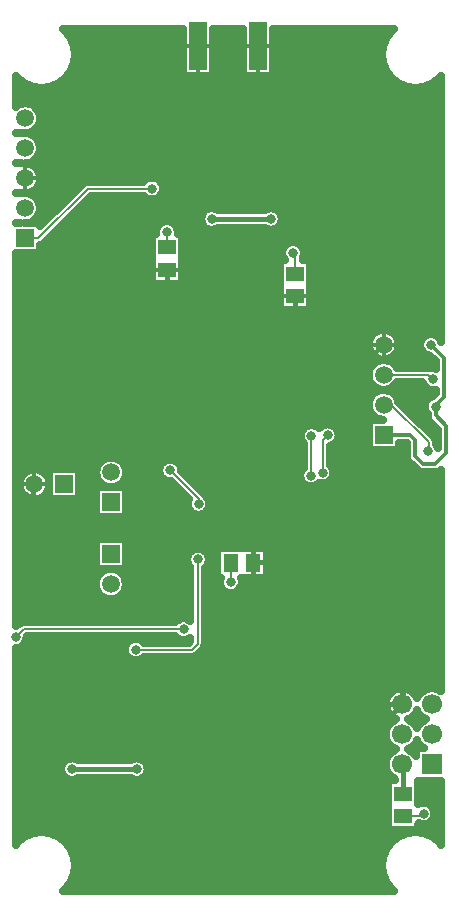
<source format=gbr>
G04 DipTrace 3.0.0.2*
G04 Bottom.gbr*
%MOIN*%
G04 #@! TF.FileFunction,Copper,L2,Bot*
G04 #@! TF.Part,Single*
G04 #@! TA.AperFunction,Conductor*
%ADD14C,0.018*%
%ADD15C,0.007*%
%ADD16C,0.012*%
G04 #@! TA.AperFunction,CopperBalancing*
%ADD21C,0.025*%
%ADD22C,0.012992*%
%ADD26R,0.051181X0.059055*%
%ADD27R,0.059055X0.051181*%
G04 #@! TA.AperFunction,ComponentPad*
%ADD37R,0.059055X0.059055*%
%ADD38C,0.059055*%
%ADD39R,0.066929X0.066929*%
%ADD40C,0.066929*%
%ADD48R,0.059843X0.159843*%
G04 #@! TA.AperFunction,ViaPad*
%ADD64C,0.031496*%
%FSLAX26Y26*%
G04*
G70*
G90*
G75*
G01*
G04 Bottom*
%LPD*%
X937811Y2578701D2*
D15*
Y2628701D1*
X936311Y2630201D1*
X1724672Y758268D2*
D14*
Y850881D1*
X1720041Y855512D1*
X1831811Y2048294D2*
D16*
Y2018701D1*
X1867811Y1982701D1*
Y1892352D1*
X1830709Y1855249D1*
X1791076D1*
X1762861Y1883465D1*
Y1938189D1*
X1747375Y1953675D1*
X1659711D1*
X1659186Y1954199D1*
X1831811Y2048294D2*
Y2054121D1*
X1858793Y2081102D1*
Y2211811D1*
X1816273Y2254331D1*
X1364811Y2491201D2*
D15*
Y2553201D1*
X1356811Y2561201D1*
X1086259Y2673753D2*
D14*
X1283311D1*
X1071785Y442782D2*
X1073753D1*
Y607218D1*
X1126575Y660039D1*
X1428811Y2523753D2*
D16*
Y2423701D1*
X1421811Y2416701D1*
X1365114D1*
X1364811Y2416398D1*
X937811Y2503898D2*
Y2454701D1*
X979311Y2413201D1*
X1025811D1*
X1048811Y2436201D1*
Y2663701D1*
X987311Y2725201D1*
X692759Y2323753D2*
X873864D1*
X939311Y2389201D1*
Y2502398D1*
X937811Y2503898D1*
X1659186Y2254199D2*
X1400812D1*
X1366811Y2288201D1*
Y2414398D1*
X1364811Y2416398D1*
X1836811Y1971701D2*
X1834311D1*
X1700311Y2105701D1*
X1618311D1*
X1587311Y2136701D1*
Y2182324D1*
X1659186Y2254199D1*
X1587311Y2027201D2*
Y2136701D1*
X841311Y1741201D2*
D14*
Y1696701D1*
X814311Y1669701D1*
X530311D1*
X490811Y1709201D1*
Y1785430D1*
X494751Y1789370D1*
X1224147Y1525328D2*
Y1705537D1*
X1362311Y1843701D1*
X1473811Y1530701D2*
X1229520D1*
X1224147Y1525328D1*
X1088811Y1469201D2*
Y1398201D1*
X1204311D1*
X1224311Y1418201D1*
Y1525164D1*
X1224147Y1525328D1*
X1845811Y1261701D2*
X1837811D1*
X1724811Y1148701D1*
Y1060282D1*
X1720041Y1055512D1*
X1595811Y1057701D2*
X1717852D1*
X1720041Y1055512D1*
X1085564Y1165954D2*
X1487558D1*
X1595811Y1057701D1*
X1088811Y1398201D2*
Y1169201D1*
X1085564Y1165954D1*
X1627311Y789201D2*
Y962782D1*
X1720041Y1055512D1*
X1562811Y631201D2*
X1587811D1*
Y749701D1*
X1627311Y789201D1*
X1511942Y631201D2*
X1617811D1*
X1671311D2*
X1617811D1*
X841311Y1696701D2*
Y1477297D1*
X1194392Y442782D2*
X1484392D1*
X1511942Y470332D1*
Y631201D1*
X1587311Y2027201D2*
X1397811D1*
X1362311Y1991701D1*
Y1843701D1*
X1821654Y1718201D2*
X1661311D1*
X1473811Y1530701D1*
X841311Y1741201D2*
X941811D1*
X1088811Y1594201D1*
Y1469201D1*
X834121Y492913D2*
X1003806D1*
X463517Y2609318D2*
D15*
X508136D1*
X672441Y2773622D1*
X885302D1*
X886745Y2775066D1*
X1149344Y1525328D2*
Y1462467D1*
X1659186Y2054199D2*
X1684908D1*
X1808793Y1930315D1*
Y1900525D1*
X1807087Y1898819D1*
X1659186Y2154199D2*
X1807874D1*
X1822310Y2139764D1*
X832311Y1237701D2*
X1019811D1*
X1038811Y1256701D1*
Y1537701D1*
X1040311Y1539201D1*
X1041811Y1723701D2*
Y1741201D1*
X947311Y1835701D1*
X991811Y1306201D2*
X459311D1*
X432311Y1279201D1*
X1724672Y683465D2*
X1784121D1*
X1792257Y691601D1*
X1455811Y1827701D2*
Y1936201D1*
X1472311Y1952701D1*
X1416811Y1817701D2*
Y1949201D1*
X1417811Y1950201D1*
X620341Y839633D2*
D14*
X836089D1*
D64*
X936311Y2630201D3*
X1831811Y2048294D3*
X1816273Y2254331D3*
X1831811Y2048294D3*
X1356811Y2561201D3*
X1086259Y2673753D3*
X1283311D3*
X1071785Y442782D3*
X1126575Y660039D3*
X1428811Y2523753D3*
X987311Y2725201D3*
X692759Y2323753D3*
X1836811Y1971701D3*
X1587311Y2027201D3*
X841311Y1741201D3*
X1362311Y1843701D3*
X1473811Y1530701D3*
X1088811Y1469201D3*
X1845811Y1261701D3*
X1595811Y1057701D3*
X1085564Y1165954D3*
X1595811Y1057701D3*
X1085564Y1165954D3*
X1627311Y789201D3*
X1562811Y631201D3*
X1627311Y789201D3*
X1511942Y631201D3*
X1617811D3*
X1671311D3*
X1617811D3*
X841311Y1477297D3*
X1194392Y442782D3*
X1511942Y631201D3*
X1587311Y2027201D3*
X1821654Y1718201D3*
X1473811Y1530701D3*
X841311Y1741201D3*
X1088811Y1469201D3*
X987311Y2725201D3*
X834121Y492913D3*
X1003806D3*
X886745Y2775066D3*
X1149344Y1462467D3*
X1807087Y1898819D3*
X1822310Y2139764D3*
X832311Y1237701D3*
X1040311Y1539201D3*
X1041811Y1723701D3*
X947311Y1835701D3*
X991811Y1306201D3*
X432311Y1279201D3*
X1792257Y691601D3*
X1455811Y1827701D3*
X1472311Y1952701D3*
X1416811Y1817701D3*
X1417811Y1950201D3*
X620341Y839633D3*
X836089D3*
X1082677Y3110236D3*
X1240157D3*
X1318898D3*
X1003937D3*
X1397638Y3267717D3*
X1318898Y3188976D3*
Y3267717D3*
Y3031496D3*
Y2952756D3*
X1240157D3*
X1082677D3*
X1161417D3*
X1003937D3*
X925197D3*
Y3110236D3*
Y3031496D3*
Y3188976D3*
Y3267717D3*
X1397638Y3188976D3*
X846457Y3267717D3*
X1397638Y3110236D3*
X846457Y3188976D3*
X1476378Y3267717D3*
Y3188976D3*
Y3110236D3*
X1555118Y3267717D3*
Y3188976D3*
Y3110236D3*
X1397638Y3031496D3*
Y2952756D3*
X1476378Y3031496D3*
X1555118D3*
X688976Y3267717D3*
Y3188976D3*
Y3110236D3*
X767717Y3267717D3*
Y3188976D3*
Y3110236D3*
X688976Y3031496D3*
X767717D3*
X846457Y3110236D3*
Y3031496D3*
X1633858Y3267717D3*
Y3188976D3*
Y3110236D3*
Y3031496D3*
X1712598Y3110236D3*
Y3031496D3*
X1633858Y2952756D3*
X1712598D3*
X610236Y3110236D3*
Y3031496D3*
X688976Y2952756D3*
X846457D3*
X1318898Y2874016D3*
X1240157D3*
X1082677D3*
X1161417D3*
X1003937D3*
X925197D3*
X1397638D3*
X846457D3*
X613420Y3283104D2*
D21*
X987619D1*
X1093450D2*
X1188010D1*
X1293890D2*
X1670042D1*
X625726Y3258235D2*
X987619D1*
X1093450D2*
X1188010D1*
X1293890D2*
X1657736D1*
X631243Y3233366D2*
X987619D1*
X1093450D2*
X1188010D1*
X1293890D2*
X1652219D1*
X631047Y3208497D2*
X987619D1*
X1093450D2*
X1188010D1*
X1293890D2*
X1652463D1*
X625042Y3183629D2*
X987619D1*
X1093450D2*
X1188010D1*
X1293890D2*
X1658420D1*
X612151Y3158760D2*
X987619D1*
X1093450D2*
X1188010D1*
X1293890D2*
X1671311D1*
X434710Y3133891D2*
X448003D1*
X588567D2*
X1694944D1*
X1835442D2*
X1848766D1*
X434710Y3109022D2*
X1848802D1*
X434710Y3084154D2*
X1848802D1*
X434710Y3059285D2*
X1848802D1*
X509270Y3034416D2*
X1848802D1*
X516058Y3009547D2*
X1848802D1*
X509563Y2984678D2*
X1848802D1*
X434710Y2959810D2*
X453856D1*
X473186D2*
X1848802D1*
X508976Y2934941D2*
X1848802D1*
X516058Y2910072D2*
X1848802D1*
X509856Y2885203D2*
X1848802D1*
X434710Y2860335D2*
X450832D1*
X476164D2*
X1848802D1*
X508684Y2835466D2*
X1848802D1*
X516008Y2810597D2*
X877072D1*
X896388D2*
X1848802D1*
X510148Y2785728D2*
X648118D1*
X923870D2*
X1848802D1*
X434710Y2760860D2*
X448588D1*
X478459D2*
X623264D1*
X922600D2*
X1848802D1*
X508343Y2735991D2*
X598411D1*
X671232D2*
X1848802D1*
X516008Y2711122D2*
X573508D1*
X646379D2*
X1848802D1*
X510392Y2686253D2*
X548655D1*
X621476D2*
X1049728D1*
X1319816D2*
X1848802D1*
X434710Y2661385D2*
X446734D1*
X480364D2*
X523802D1*
X596623D2*
X915354D1*
X957268D2*
X1049680D1*
X1319866D2*
X1848802D1*
X571770Y2636516D2*
X898118D1*
X974504D2*
X1848802D1*
X546867Y2611647D2*
X885276D1*
X990324D2*
X1848802D1*
X518840Y2586778D2*
X885276D1*
X990324D2*
X1328635D1*
X1385003D2*
X1848802D1*
X516058Y2561909D2*
X885276D1*
X990324D2*
X1318088D1*
X1395550D2*
X1848802D1*
X434710Y2537041D2*
X885276D1*
X990324D2*
X1312278D1*
X1417327D2*
X1848802D1*
X434710Y2512172D2*
X885276D1*
X990324D2*
X1312278D1*
X1417327D2*
X1848802D1*
X434710Y2487303D2*
X885276D1*
X990324D2*
X1312278D1*
X1417327D2*
X1848802D1*
X434710Y2462434D2*
X885276D1*
X990324D2*
X1312278D1*
X1417327D2*
X1848802D1*
X434710Y2437566D2*
X1312278D1*
X1417327D2*
X1848802D1*
X434710Y2412697D2*
X1312278D1*
X1417327D2*
X1848802D1*
X434710Y2387828D2*
X1312278D1*
X1417327D2*
X1848802D1*
X434710Y2362959D2*
X1848802D1*
X434710Y2338091D2*
X1848802D1*
X434710Y2313222D2*
X1848802D1*
X434710Y2288353D2*
X1620139D1*
X1698235D2*
X1801291D1*
X1831291D2*
X1848802D1*
X434710Y2263484D2*
X1607542D1*
X1710832D2*
X1778684D1*
X434710Y2238615D2*
X1609152D1*
X1709222D2*
X1781126D1*
X434710Y2213747D2*
X1627268D1*
X1691106D2*
X1816916D1*
X434710Y2188878D2*
X1620627D1*
X1697747D2*
X1829807D1*
X434710Y2164009D2*
X1607639D1*
X434710Y2139140D2*
X1608958D1*
X434710Y2114272D2*
X1626535D1*
X1691839D2*
X1794016D1*
X434710Y2089403D2*
X1621164D1*
X1697210D2*
X1827122D1*
X434710Y2064534D2*
X1607736D1*
X1710979D2*
X1796896D1*
X434710Y2039665D2*
X1608811D1*
X1735882D2*
X1794114D1*
X434710Y2014797D2*
X1625852D1*
X1760735D2*
X1803098D1*
X434710Y1989928D2*
X1606663D1*
X1785588D2*
X1820627D1*
X434710Y1965059D2*
X1382248D1*
X1508879D2*
X1606663D1*
X1810491D2*
X1838840D1*
X434710Y1940190D2*
X1380491D1*
X1508831D2*
X1606663D1*
X434710Y1915322D2*
X1390306D1*
X1482316D2*
X1606663D1*
X1711711D2*
X1733860D1*
X434710Y1890453D2*
X1390306D1*
X1482316D2*
X1733860D1*
X434710Y1865584D2*
X714475D1*
X786858D2*
X924290D1*
X970306D2*
X1390306D1*
X1482316D2*
X1740843D1*
X434710Y1840715D2*
X699631D1*
X801702D2*
X908908D1*
X985686D2*
X1386302D1*
X1492131D2*
X1765647D1*
X434710Y1815846D2*
X449759D1*
X647259D2*
X699778D1*
X801507D2*
X914475D1*
X1003606D2*
X1378098D1*
X1492571D2*
X1848802D1*
X434710Y1790978D2*
X442245D1*
X647259D2*
X715207D1*
X786126D2*
X955588D1*
X1028459D2*
X1389816D1*
X1443791D2*
X1848802D1*
X434710Y1766109D2*
X448003D1*
X647259D2*
X698118D1*
X803167D2*
X980491D1*
X1053312D2*
X1848802D1*
X434710Y1741240D2*
X478587D1*
X510882D2*
X542210D1*
X647259D2*
X698118D1*
X803167D2*
X1005344D1*
X1076018D2*
X1848802D1*
X434710Y1716371D2*
X698118D1*
X803167D2*
X1003831D1*
X1079827D2*
X1848802D1*
X434710Y1691503D2*
X698118D1*
X803167D2*
X1022678D1*
X1060979D2*
X1848802D1*
X434710Y1666634D2*
X1848802D1*
X434710Y1641765D2*
X1848802D1*
X434710Y1616896D2*
X1848802D1*
X434710Y1592028D2*
X697092D1*
X802142D2*
X1848802D1*
X434710Y1567159D2*
X697092D1*
X802142D2*
X1014719D1*
X1065862D2*
X1100755D1*
X1272747D2*
X1848802D1*
X434710Y1542290D2*
X697092D1*
X802142D2*
X1001682D1*
X1078948D2*
X1100755D1*
X1272747D2*
X1848802D1*
X434710Y1517421D2*
X697092D1*
X802142D2*
X1008860D1*
X1071770D2*
X1100755D1*
X1272747D2*
X1848802D1*
X434710Y1492552D2*
X712375D1*
X786858D2*
X1012327D1*
X1065276D2*
X1100755D1*
X1272747D2*
X1848802D1*
X434710Y1467684D2*
X698312D1*
X800871D2*
X1012327D1*
X1065276D2*
X1110959D1*
X1187736D2*
X1848802D1*
X434710Y1442815D2*
X698996D1*
X800188D2*
X1012327D1*
X1065276D2*
X1116379D1*
X1182316D2*
X1848802D1*
X434710Y1417946D2*
X715306D1*
X783928D2*
X1012327D1*
X1065276D2*
X1848802D1*
X434710Y1393077D2*
X1012327D1*
X1065276D2*
X1848802D1*
X434710Y1368209D2*
X1012327D1*
X1065276D2*
X1848802D1*
X434710Y1343340D2*
X1012327D1*
X1065276D2*
X1848802D1*
X1065276Y1318471D2*
X1848802D1*
X1065276Y1293602D2*
X1848802D1*
X469524Y1268734D2*
X811058D1*
X853558D2*
X1012327D1*
X1065276D2*
X1848802D1*
X442912Y1243865D2*
X794114D1*
X1061564D2*
X1848802D1*
X434710Y1218996D2*
X798752D1*
X1037346D2*
X1848802D1*
X434710Y1194127D2*
X1848802D1*
X434710Y1169259D2*
X1848802D1*
X434710Y1144390D2*
X1848802D1*
X434710Y1119521D2*
X1848802D1*
X434710Y1094652D2*
X1680392D1*
X1759710D2*
X1780392D1*
X434710Y1069783D2*
X1665500D1*
X434710Y1044915D2*
X1664622D1*
X434710Y1020046D2*
X1676878D1*
X1763226D2*
X1776877D1*
X434710Y995177D2*
X1680930D1*
X1759123D2*
X1780930D1*
X434710Y970308D2*
X1665647D1*
X434710Y945440D2*
X1664524D1*
X434710Y920571D2*
X1676438D1*
X1763664D2*
X1776442D1*
X434710Y895702D2*
X1681516D1*
X434710Y870833D2*
X599387D1*
X641302D2*
X815159D1*
X857024D2*
X1665794D1*
X434710Y845965D2*
X582151D1*
X874260D2*
X1664427D1*
X434710Y821096D2*
X586692D1*
X869719D2*
X1675999D1*
X434710Y796227D2*
X1672142D1*
X1777190D2*
X1848802D1*
X434710Y771358D2*
X1672142D1*
X1777190D2*
X1848802D1*
X434710Y746490D2*
X1672142D1*
X1777190D2*
X1848802D1*
X434710Y721621D2*
X1672142D1*
X1815080D2*
X1848802D1*
X434710Y696752D2*
X1672142D1*
X1830656D2*
X1848802D1*
X434710Y671883D2*
X1672142D1*
X1825188D2*
X1848802D1*
X434710Y647014D2*
X1672142D1*
X1777190D2*
X1848802D1*
X434710Y622146D2*
X476535D1*
X559954D2*
X1723264D1*
X1806975D2*
X1848802D1*
X598772Y597277D2*
X1684543D1*
X617668Y572408D2*
X1665647D1*
X627874Y547539D2*
X1655491D1*
X631731Y522671D2*
X1651682D1*
X629924Y497802D2*
X1653488D1*
X622112Y472933D2*
X1661252D1*
X606828Y448064D2*
X1676584D1*
X1115753Y1575356D2*
X1270238D1*
Y1475301D1*
X1183236D1*
X1185146Y1468138D1*
X1185592Y1462467D1*
X1185146Y1456797D1*
X1183818Y1451266D1*
X1181640Y1446010D1*
X1178669Y1441161D1*
X1174975Y1436836D1*
X1170650Y1433142D1*
X1165801Y1430171D1*
X1160545Y1427993D1*
X1155014Y1426665D1*
X1149344Y1426219D1*
X1143673Y1426665D1*
X1138143Y1427993D1*
X1132887Y1430171D1*
X1128038Y1433142D1*
X1123713Y1436836D1*
X1120018Y1441161D1*
X1117047Y1446010D1*
X1114870Y1451266D1*
X1113542Y1456797D1*
X1113096Y1462467D1*
X1113542Y1468138D1*
X1115474Y1475306D1*
X1103253Y1475301D1*
Y1575356D1*
X1115753D1*
X1327283Y2537291D2*
X1329579D1*
X1325904Y2542261D1*
X1323323Y2547329D1*
X1321564Y2552739D1*
X1320675Y2558357D1*
Y2564045D1*
X1321564Y2569663D1*
X1323323Y2575072D1*
X1325904Y2580140D1*
X1329248Y2584741D1*
X1333270Y2588764D1*
X1337871Y2592108D1*
X1342940Y2594689D1*
X1348349Y2596448D1*
X1353967Y2597337D1*
X1359655D1*
X1365273Y2596448D1*
X1370682Y2594689D1*
X1375751Y2592108D1*
X1380352Y2588764D1*
X1384374Y2584741D1*
X1387718Y2580140D1*
X1390299Y2575072D1*
X1392058Y2569663D1*
X1392948Y2564045D1*
Y2558357D1*
X1392058Y2552739D1*
X1390299Y2547329D1*
X1388799Y2544192D1*
X1388811Y2537332D1*
X1414839Y2537291D1*
Y2370307D1*
X1314783D1*
Y2537291D1*
X1327283D1*
X900283Y2624791D2*
X900175Y2633045D1*
X901064Y2638663D1*
X902823Y2644072D1*
X905404Y2649140D1*
X908748Y2653741D1*
X912770Y2657764D1*
X917371Y2661108D1*
X922440Y2663689D1*
X927849Y2665448D1*
X933467Y2666337D1*
X939155D1*
X944773Y2665448D1*
X950182Y2663689D1*
X955251Y2661108D1*
X959852Y2657764D1*
X963874Y2653741D1*
X967218Y2649140D1*
X969799Y2644072D1*
X971558Y2638663D1*
X972448Y2633045D1*
Y2627357D1*
X972143Y2624785D1*
X987839Y2624791D1*
Y2457807D1*
X887783D1*
Y2624791D1*
X900283D1*
X1851306Y3151860D2*
X1843720Y3143343D1*
X1837318Y3137424D1*
X1830469Y3132025D1*
X1823218Y3127180D1*
X1815610Y3122920D1*
X1807692Y3119269D1*
X1799510Y3116251D1*
X1791117Y3113883D1*
X1782564Y3112182D1*
X1773906Y3111157D1*
X1765192Y3110815D1*
X1756478Y3111157D1*
X1747819Y3112182D1*
X1739266Y3113883D1*
X1730873Y3116251D1*
X1722692Y3119269D1*
X1714773Y3122920D1*
X1707165Y3127180D1*
X1699915Y3132025D1*
X1693066Y3137424D1*
X1686663Y3143343D1*
X1680744Y3149745D1*
X1675345Y3156594D1*
X1670500Y3163845D1*
X1666240Y3171453D1*
X1662589Y3179371D1*
X1659571Y3187552D1*
X1657203Y3195946D1*
X1655503Y3204499D1*
X1654478Y3213157D1*
X1654135Y3221871D1*
X1654478Y3230585D1*
X1655503Y3239244D1*
X1657203Y3247797D1*
X1659571Y3256190D1*
X1662589Y3264371D1*
X1666240Y3272290D1*
X1670500Y3279898D1*
X1675345Y3287148D1*
X1680744Y3293997D1*
X1686663Y3300400D1*
X1694951Y3307971D1*
X1291387D1*
X1291366Y3150891D1*
X1190524D1*
Y3307991D1*
X1090997Y3307971D1*
X1090972Y3148923D1*
X990130D1*
Y3307995D1*
X588458Y3307972D1*
X596814Y3300388D1*
X602732Y3293986D1*
X608131Y3287136D1*
X612976Y3279886D1*
X617236Y3272278D1*
X620887Y3264360D1*
X623906Y3256178D1*
X626273Y3247785D1*
X627974Y3239232D1*
X628999Y3230573D1*
X629341Y3221860D1*
X628999Y3213146D1*
X627974Y3204487D1*
X626273Y3195934D1*
X623906Y3187541D1*
X620887Y3179360D1*
X617236Y3171441D1*
X612976Y3163833D1*
X608131Y3156583D1*
X602732Y3149734D1*
X596814Y3143331D1*
X590411Y3137412D1*
X583562Y3132013D1*
X576311Y3127168D1*
X568703Y3122908D1*
X560785Y3119257D1*
X552604Y3116239D1*
X544210Y3113871D1*
X535657Y3112171D1*
X526999Y3111146D1*
X518285Y3110803D1*
X509571Y3111146D1*
X500912Y3112171D1*
X492360Y3113871D1*
X483966Y3116239D1*
X475785Y3119257D1*
X467866Y3122908D1*
X460259Y3127168D1*
X453008Y3132013D1*
X446159Y3137412D1*
X439756Y3143331D1*
X432186Y3151643D1*
Y3048273D1*
X437378Y3051972D1*
X444373Y3055537D1*
X451839Y3057963D1*
X459592Y3059190D1*
X467442D1*
X475196Y3057963D1*
X482661Y3055537D1*
X489656Y3051972D1*
X496008Y3047358D1*
X501558Y3041808D1*
X506172Y3035457D1*
X509736Y3028462D1*
X512163Y3020996D1*
X513390Y3013243D1*
Y3005392D1*
X512163Y2997639D1*
X509736Y2990173D1*
X506172Y2983178D1*
X501558Y2976827D1*
X496008Y2971277D1*
X489656Y2966663D1*
X482661Y2963098D1*
X475196Y2960672D1*
X467442Y2959445D1*
X464606Y2959333D1*
X471343Y2958730D1*
X478976Y2956896D1*
X486230Y2953892D1*
X492923Y2949791D1*
X498892Y2944693D1*
X503991Y2938723D1*
X508092Y2932030D1*
X511096Y2924777D1*
X512929Y2917143D1*
X513545Y2909318D1*
X512929Y2901492D1*
X511096Y2893858D1*
X508092Y2886605D1*
X503991Y2879912D1*
X498892Y2873942D1*
X492923Y2868844D1*
X486230Y2864743D1*
X478976Y2861739D1*
X471343Y2859906D1*
X465268Y2859315D1*
X472715Y2858492D1*
X479957Y2856567D1*
X486829Y2853581D1*
X493178Y2849604D1*
X498864Y2844722D1*
X503755Y2839045D1*
X507743Y2832702D1*
X510739Y2825835D1*
X512677Y2818596D1*
X513510Y2811150D1*
X513295Y2804325D1*
X511991Y2796948D1*
X509600Y2789846D1*
X506175Y2783181D1*
X501793Y2777104D1*
X496552Y2771748D1*
X490571Y2767236D1*
X483982Y2763667D1*
X476934Y2761123D1*
X469585Y2759659D1*
X465039Y2759323D1*
X471343Y2758730D1*
X478976Y2756896D1*
X486230Y2753892D1*
X492923Y2749791D1*
X498892Y2744693D1*
X503991Y2738723D1*
X508092Y2732030D1*
X511096Y2724777D1*
X512929Y2717143D1*
X513545Y2709318D1*
X512929Y2701492D1*
X511096Y2693858D1*
X508092Y2686605D1*
X503991Y2679912D1*
X498892Y2673942D1*
X492923Y2668844D1*
X486230Y2664743D1*
X478976Y2661739D1*
X471343Y2659906D1*
X464912Y2659345D1*
X513545D1*
Y2648652D1*
X656854Y2791871D1*
X661545Y2795007D1*
X666839Y2796959D1*
X672772Y2797609D1*
X858329Y2797622D1*
X863205Y2802629D1*
X867806Y2805972D1*
X872874Y2808554D1*
X878283Y2810312D1*
X883902Y2811202D1*
X889589D1*
X895207Y2810312D1*
X900617Y2808554D1*
X905685Y2805972D1*
X910286Y2802629D1*
X914308Y2798606D1*
X917652Y2794005D1*
X920234Y2788937D1*
X921992Y2783528D1*
X922882Y2777909D1*
Y2772222D1*
X921992Y2766604D1*
X920234Y2761194D1*
X917652Y2756126D1*
X914308Y2751525D1*
X910286Y2747503D1*
X905685Y2744159D1*
X900617Y2741577D1*
X895207Y2739819D1*
X889589Y2738929D1*
X883902D1*
X878283Y2739819D1*
X872874Y2741577D1*
X867806Y2744159D1*
X863205Y2747503D1*
X860925Y2749639D1*
X682323Y2749622D1*
X523723Y2591068D1*
X519033Y2587933D1*
X513739Y2585980D1*
X513545Y2584345D1*
Y2559290D1*
X432148D1*
X432311Y1315449D1*
X434545Y1315361D1*
X445205Y1325617D1*
X450126Y1328374D1*
X455556Y1329906D1*
X459311Y1330201D1*
X964634D1*
X970505Y1335526D1*
X975354Y1338497D1*
X980610Y1340675D1*
X986140Y1342003D1*
X991811Y1342449D1*
X997482Y1342003D1*
X1003012Y1340675D1*
X1008268Y1338497D1*
X1014820Y1334184D1*
X1014680Y1513570D1*
X1010986Y1517895D1*
X1008014Y1522744D1*
X1005837Y1528000D1*
X1004509Y1533530D1*
X1004063Y1539201D1*
X1004509Y1544871D1*
X1005837Y1550402D1*
X1008014Y1555657D1*
X1010986Y1560507D1*
X1014680Y1564832D1*
X1019005Y1568526D1*
X1023854Y1571497D1*
X1029110Y1573675D1*
X1034640Y1575003D1*
X1040311Y1575449D1*
X1045982Y1575003D1*
X1051512Y1573675D1*
X1056768Y1571497D1*
X1061617Y1568526D1*
X1065942Y1564832D1*
X1069636Y1560507D1*
X1072608Y1555657D1*
X1074785Y1550402D1*
X1076113Y1544871D1*
X1076559Y1539201D1*
X1076113Y1533530D1*
X1074785Y1528000D1*
X1072608Y1522744D1*
X1069636Y1517895D1*
X1065942Y1513570D1*
X1062795Y1510804D1*
X1062738Y1254818D1*
X1061636Y1249285D1*
X1059274Y1244161D1*
X1055538Y1239505D1*
X1033917Y1218285D1*
X1028996Y1215528D1*
X1023566Y1213996D1*
X1019811Y1213701D1*
X859508D1*
X853617Y1208375D1*
X848768Y1205404D1*
X843512Y1203227D1*
X837982Y1201899D1*
X832311Y1201453D1*
X826640Y1201899D1*
X821110Y1203227D1*
X815854Y1205404D1*
X811005Y1208375D1*
X806680Y1212070D1*
X802986Y1216395D1*
X800014Y1221244D1*
X797837Y1226500D1*
X796509Y1232030D1*
X796063Y1237701D1*
X796509Y1243371D1*
X797837Y1248902D1*
X800014Y1254157D1*
X802986Y1259007D1*
X806680Y1263332D1*
X811005Y1267026D1*
X815854Y1269997D1*
X821110Y1272175D1*
X826640Y1273503D1*
X832311Y1273949D1*
X837982Y1273503D1*
X843512Y1272175D1*
X848768Y1269997D1*
X853617Y1267026D1*
X859459Y1261692D1*
X1009899Y1261701D1*
X1014822Y1266652D1*
X1014811Y1278136D1*
X1008268Y1273904D1*
X1003012Y1271727D1*
X997482Y1270399D1*
X991811Y1269953D1*
X986140Y1270399D1*
X980610Y1271727D1*
X975354Y1273904D1*
X970505Y1276875D1*
X964663Y1282210D1*
X469203Y1282201D1*
X468113Y1273530D1*
X466785Y1268000D1*
X464608Y1262744D1*
X461636Y1257895D1*
X457942Y1253570D1*
X453617Y1249875D1*
X448768Y1246904D1*
X443512Y1244727D1*
X437982Y1243399D1*
X432167Y1242958D1*
X432185Y588411D1*
X439713Y596770D1*
X446115Y602689D1*
X452965Y608088D1*
X460215Y612933D1*
X467823Y617193D1*
X475741Y620844D1*
X483923Y623862D1*
X492316Y626230D1*
X500869Y627930D1*
X509528Y628955D1*
X518241Y629298D1*
X526955Y628955D1*
X535614Y627930D1*
X544167Y626230D1*
X552560Y623862D1*
X560741Y620844D1*
X568660Y617193D1*
X576268Y612933D1*
X583518Y608088D1*
X590367Y602689D1*
X596770Y596770D1*
X602689Y590367D1*
X608088Y583518D1*
X612933Y576268D1*
X617193Y568660D1*
X620844Y560741D1*
X623862Y552560D1*
X626230Y544167D1*
X627930Y535614D1*
X628955Y526955D1*
X629298Y518241D1*
X628955Y509528D1*
X627930Y500869D1*
X626230Y492316D1*
X623862Y483923D1*
X620844Y475741D1*
X617193Y467823D1*
X612933Y460215D1*
X608088Y452965D1*
X602689Y446115D1*
X596770Y439713D1*
X588513Y432185D1*
X1695008D1*
X1686605Y439770D1*
X1680686Y446173D1*
X1675287Y453022D1*
X1670442Y460273D1*
X1666182Y467881D1*
X1662531Y475799D1*
X1659513Y483980D1*
X1657146Y492374D1*
X1655445Y500927D1*
X1654420Y509585D1*
X1654077Y518299D1*
X1654420Y527013D1*
X1655445Y535672D1*
X1657146Y544224D1*
X1659513Y552618D1*
X1662531Y560799D1*
X1666182Y568718D1*
X1670442Y576325D1*
X1675287Y583576D1*
X1680686Y590425D1*
X1686605Y596828D1*
X1693008Y602747D1*
X1699857Y608146D1*
X1707108Y612991D1*
X1714715Y617251D1*
X1722634Y620902D1*
X1730815Y623920D1*
X1739209Y626287D1*
X1747761Y627988D1*
X1756420Y629013D1*
X1765134Y629356D1*
X1773848Y629013D1*
X1782507Y627988D1*
X1791059Y626287D1*
X1799453Y623920D1*
X1807634Y620902D1*
X1815552Y617251D1*
X1823160Y612991D1*
X1830411Y608146D1*
X1837260Y602747D1*
X1843663Y596828D1*
X1851290Y588257D1*
X1851281Y801550D1*
X1774738Y801547D1*
X1774699Y723352D1*
X1781056Y726075D1*
X1786587Y727403D1*
X1792257Y727849D1*
X1797928Y727403D1*
X1803458Y726075D1*
X1808714Y723898D1*
X1813563Y720927D1*
X1817888Y717232D1*
X1821583Y712907D1*
X1824554Y708058D1*
X1826731Y702802D1*
X1828059Y697272D1*
X1828505Y691601D1*
X1828059Y685930D1*
X1826731Y680400D1*
X1824554Y675144D1*
X1821583Y670295D1*
X1817888Y665970D1*
X1813563Y662276D1*
X1808714Y659304D1*
X1803458Y657127D1*
X1797928Y655799D1*
X1792257Y655353D1*
X1786587Y655799D1*
X1781056Y657127D1*
X1775500Y659472D1*
X1774699Y654555D1*
Y637374D1*
X1674644D1*
Y804358D1*
X1695201D1*
X1691844Y809500D1*
X1684993Y814476D1*
X1679005Y820465D1*
X1674029Y827315D1*
X1670184Y834861D1*
X1667567Y842913D1*
X1666243Y851278D1*
Y859745D1*
X1667567Y868110D1*
X1670184Y876163D1*
X1674029Y883709D1*
X1679005Y890559D1*
X1684993Y896547D1*
X1691844Y901524D1*
X1699747Y905500D1*
X1691844Y909500D1*
X1684993Y914476D1*
X1679005Y920465D1*
X1674029Y927315D1*
X1670184Y934861D1*
X1667567Y942913D1*
X1666243Y951278D1*
Y959745D1*
X1667567Y968110D1*
X1670184Y976163D1*
X1674029Y983709D1*
X1679005Y990559D1*
X1684993Y996547D1*
X1691844Y1001524D1*
X1699747Y1005500D1*
X1691365Y1009797D1*
X1685308Y1014210D1*
X1679921Y1019420D1*
X1675308Y1025325D1*
X1671558Y1031814D1*
X1668743Y1038759D1*
X1666916Y1046026D1*
X1666114Y1053478D1*
X1666353Y1060967D1*
X1667626Y1068353D1*
X1669911Y1075490D1*
X1673161Y1082243D1*
X1677316Y1088479D1*
X1682295Y1094080D1*
X1688003Y1098937D1*
X1694327Y1102957D1*
X1701147Y1106062D1*
X1708332Y1108192D1*
X1715743Y1109304D1*
X1723236Y1109382D1*
X1730669Y1108420D1*
X1737896Y1106437D1*
X1744778Y1103472D1*
X1751184Y1099583D1*
X1756990Y1094844D1*
X1762081Y1089346D1*
X1766364Y1083196D1*
X1770035Y1075794D1*
X1774029Y1083709D1*
X1779005Y1090559D1*
X1784993Y1096547D1*
X1791844Y1101524D1*
X1799390Y1105369D1*
X1807442Y1107986D1*
X1815807Y1109310D1*
X1824274D1*
X1832639Y1107986D1*
X1840692Y1105369D1*
X1848238Y1101524D1*
X1851306Y1099474D1*
X1851194Y1838259D1*
X1846285Y1833811D1*
X1840850Y1830766D1*
X1834854Y1829076D1*
X1830709Y1828749D1*
X1786930Y1829076D1*
X1780934Y1830766D1*
X1775500Y1833811D1*
X1772337Y1836510D1*
X1741421Y1867888D1*
X1738378Y1873323D1*
X1736688Y1879319D1*
X1736361Y1883465D1*
Y1927165D1*
X1709240Y1927175D1*
X1709214Y1904172D1*
X1609159D1*
Y2004227D1*
X1655261Y2004327D1*
X1647508Y2005554D1*
X1640042Y2007980D1*
X1633047Y2011545D1*
X1626696Y2016159D1*
X1621146Y2021709D1*
X1616531Y2028060D1*
X1612967Y2035055D1*
X1610541Y2042521D1*
X1609314Y2050274D1*
Y2058125D1*
X1610541Y2065878D1*
X1612967Y2073344D1*
X1616531Y2080339D1*
X1621146Y2086690D1*
X1626696Y2092240D1*
X1633047Y2096854D1*
X1640042Y2100419D1*
X1647508Y2102845D1*
X1655261Y2104072D1*
X1658097Y2104184D1*
X1651361Y2104787D1*
X1643727Y2106621D1*
X1636474Y2109625D1*
X1629781Y2113726D1*
X1623811Y2118824D1*
X1618713Y2124794D1*
X1614612Y2131487D1*
X1611608Y2138740D1*
X1609774Y2146374D1*
X1609159Y2154199D1*
X1609774Y2162025D1*
X1611608Y2169659D1*
X1614612Y2176912D1*
X1618713Y2183605D1*
X1623811Y2189575D1*
X1629781Y2194673D1*
X1636474Y2198774D1*
X1643727Y2201778D1*
X1651361Y2203612D1*
X1658097Y2204184D1*
X1650316Y2204965D1*
X1643063Y2206841D1*
X1636171Y2209781D1*
X1629794Y2213717D1*
X1624077Y2218560D1*
X1619148Y2224205D1*
X1615118Y2230521D1*
X1612075Y2237369D1*
X1610089Y2244593D1*
X1609206Y2252034D1*
X1609442Y2259524D1*
X1610797Y2266892D1*
X1613235Y2273978D1*
X1616703Y2280619D1*
X1621126Y2286668D1*
X1626403Y2291988D1*
X1632415Y2296461D1*
X1639026Y2299986D1*
X1646092Y2302483D1*
X1653450Y2303898D1*
X1660937Y2304197D1*
X1668385Y2303374D1*
X1675626Y2301449D1*
X1682499Y2298463D1*
X1688848Y2294486D1*
X1694533Y2289604D1*
X1699424Y2283927D1*
X1703412Y2277584D1*
X1706408Y2270717D1*
X1708346Y2263478D1*
X1709180Y2256031D1*
X1708965Y2249207D1*
X1707660Y2241829D1*
X1705269Y2234728D1*
X1701844Y2228063D1*
X1697462Y2221986D1*
X1692222Y2216630D1*
X1686240Y2212118D1*
X1679651Y2208549D1*
X1672604Y2206005D1*
X1665255Y2204541D1*
X1660709Y2204205D1*
X1667012Y2203612D1*
X1674646Y2201778D1*
X1681899Y2198774D1*
X1688592Y2194673D1*
X1694562Y2189575D1*
X1699660Y2183605D1*
X1703049Y2178184D1*
X1809757Y2178126D1*
X1815290Y2177025D1*
X1817453Y2176190D1*
X1825154Y2175900D1*
X1832302Y2174579D1*
X1832293Y2200878D1*
X1815022Y2218105D1*
X1807811Y2219084D1*
X1802402Y2220843D1*
X1797333Y2223424D1*
X1792732Y2226768D1*
X1788710Y2230790D1*
X1785366Y2235391D1*
X1782785Y2240459D1*
X1781026Y2245869D1*
X1780136Y2251487D1*
Y2257175D1*
X1781026Y2262793D1*
X1782785Y2268202D1*
X1785366Y2273270D1*
X1788710Y2277871D1*
X1792732Y2281894D1*
X1797333Y2285238D1*
X1802402Y2287819D1*
X1807811Y2289577D1*
X1813429Y2290467D1*
X1819117D1*
X1824735Y2289577D1*
X1830144Y2287819D1*
X1835213Y2285238D1*
X1839814Y2281894D1*
X1843836Y2277871D1*
X1847180Y2273270D1*
X1849761Y2268202D1*
X1851293Y2263596D1*
X1851280Y3151745D1*
X712079Y1606589D2*
X799634D1*
Y1506534D1*
X753531Y1506434D1*
X761285Y1505207D1*
X768751Y1502781D1*
X775745Y1499217D1*
X782097Y1494602D1*
X787647Y1489052D1*
X792261Y1482701D1*
X795825Y1475706D1*
X798252Y1468240D1*
X799479Y1460487D1*
Y1452636D1*
X798252Y1444883D1*
X795825Y1437417D1*
X792261Y1430423D1*
X787647Y1424071D1*
X782097Y1418521D1*
X775745Y1413907D1*
X768751Y1410343D1*
X761285Y1407916D1*
X753531Y1406689D1*
X745681D1*
X737928Y1407916D1*
X730462Y1410343D1*
X723467Y1413907D1*
X717115Y1418521D1*
X711566Y1424071D1*
X706951Y1430423D1*
X703387Y1437417D1*
X700961Y1444883D1*
X699734Y1452636D1*
Y1460487D1*
X700961Y1468240D1*
X703387Y1475706D1*
X706951Y1482701D1*
X711566Y1489052D1*
X717115Y1494602D1*
X723467Y1499217D1*
X730462Y1502781D1*
X737928Y1505207D1*
X745681Y1506434D1*
X699579Y1506534D1*
Y1606589D1*
X712079D1*
X557223Y1839398D2*
X644778D1*
Y1739343D1*
X544723D1*
X544529Y1784378D1*
X543224Y1777000D1*
X540833Y1769899D1*
X537408Y1763234D1*
X533026Y1757156D1*
X527786Y1751801D1*
X521804Y1747289D1*
X515215Y1743719D1*
X508168Y1741176D1*
X500819Y1739711D1*
X493333Y1739362D1*
X485881Y1740135D1*
X478627Y1742012D1*
X471735Y1744951D1*
X465358Y1748887D1*
X459642Y1753731D1*
X454713Y1759375D1*
X450682Y1765692D1*
X447639Y1772539D1*
X445654Y1779764D1*
X444770Y1787205D1*
X445007Y1794694D1*
X446361Y1802063D1*
X448799Y1809148D1*
X452268Y1815790D1*
X456690Y1821839D1*
X461967Y1827159D1*
X467979Y1831631D1*
X474591Y1835156D1*
X481656Y1837654D1*
X489014Y1839068D1*
X496501Y1839367D1*
X503949Y1838545D1*
X511190Y1836619D1*
X518063Y1833634D1*
X524412Y1829656D1*
X530097Y1824774D1*
X534988Y1819097D1*
X538976Y1812755D1*
X541972Y1805887D1*
X543911Y1798648D1*
X544723Y1791543D1*
Y1839398D1*
X557223D1*
X1778576Y909476D2*
X1791844Y909500D1*
X1784993Y914476D1*
X1779005Y920465D1*
X1774029Y927315D1*
X1770052Y935218D1*
X1766052Y927315D1*
X1761076Y920465D1*
X1755088Y914476D1*
X1748238Y909500D1*
X1740335Y905524D1*
X1748238Y901524D1*
X1755088Y896547D1*
X1761076Y890559D1*
X1766077Y883665D1*
X1766076Y909476D1*
X1778576D1*
X1770052Y975806D2*
X1774029Y983709D1*
X1779005Y990559D1*
X1784993Y996547D1*
X1791844Y1001524D1*
X1799747Y1005500D1*
X1791844Y1009500D1*
X1784993Y1014476D1*
X1779005Y1020465D1*
X1774029Y1027315D1*
X1770052Y1035218D1*
X1765879Y1027033D1*
X1761492Y1020958D1*
X1756306Y1015549D1*
X1750420Y1010911D1*
X1743948Y1007131D1*
X1740318Y1005517D1*
X1748238Y1001524D1*
X1755088Y996547D1*
X1761076Y990559D1*
X1766052Y983709D1*
X1770029Y975806D1*
X713129Y1778636D2*
X746731Y1778736D1*
X738978Y1779963D1*
X731512Y1782390D1*
X724517Y1785954D1*
X718165Y1790568D1*
X712615Y1796118D1*
X708001Y1802470D1*
X704437Y1809465D1*
X702010Y1816930D1*
X700783Y1824684D1*
Y1832534D1*
X702010Y1840287D1*
X704437Y1847753D1*
X708001Y1854748D1*
X712615Y1861100D1*
X718165Y1866650D1*
X724517Y1871264D1*
X731512Y1874828D1*
X738978Y1877255D1*
X746731Y1878482D1*
X754581D1*
X762335Y1877255D1*
X769801Y1874828D1*
X776795Y1871264D1*
X783147Y1866650D1*
X788697Y1861100D1*
X793311Y1854748D1*
X796875Y1847753D1*
X799302Y1840287D1*
X800529Y1832534D1*
Y1824684D1*
X799302Y1816930D1*
X796875Y1809465D1*
X793311Y1802470D1*
X788697Y1796118D1*
X783147Y1790568D1*
X776795Y1785954D1*
X769801Y1782390D1*
X762335Y1779963D1*
X754581Y1778736D1*
X800684Y1778636D1*
Y1678581D1*
X700629D1*
Y1778636D1*
X713129D1*
X1660276Y2104184D2*
X1667012Y2103612D1*
X1674646Y2101778D1*
X1681899Y2098774D1*
X1688592Y2094673D1*
X1694562Y2089575D1*
X1699660Y2083605D1*
X1703761Y2076912D1*
X1706765Y2069659D1*
X1708003Y2065021D1*
X1827042Y1945902D1*
X1830177Y1941211D1*
X1832130Y1935917D1*
X1832780Y1929984D1*
X1832793Y1924407D1*
X1837993Y1917759D1*
X1841325Y1910656D1*
X1841311Y1971697D1*
X1811660Y2001491D1*
X1808199Y2006671D1*
X1806043Y2012514D1*
X1805324Y2019034D1*
X1805311Y2023534D1*
X1800904Y2029354D1*
X1798323Y2034423D1*
X1796564Y2039832D1*
X1795675Y2045450D1*
Y2051138D1*
X1796564Y2056756D1*
X1798323Y2062165D1*
X1800904Y2067234D1*
X1804248Y2071835D1*
X1808270Y2075857D1*
X1812871Y2079201D1*
X1817940Y2081782D1*
X1823883Y2083647D1*
X1832304Y2092091D1*
X1832293Y2104882D1*
X1825154Y2103627D1*
X1819466D1*
X1813848Y2104517D1*
X1808438Y2106276D1*
X1803370Y2108857D1*
X1798769Y2112201D1*
X1794747Y2116223D1*
X1791403Y2120824D1*
X1788822Y2125892D1*
X1787367Y2130220D1*
X1703041Y2130199D1*
X1699660Y2124794D1*
X1694562Y2118824D1*
X1688592Y2113726D1*
X1681899Y2109625D1*
X1674646Y2106621D1*
X1667012Y2104787D1*
X1660276Y2104215D1*
X1805327Y2023585D2*
X1800904Y2029354D1*
X1798323Y2034423D1*
X1796564Y2039832D1*
X1795675Y2045450D1*
Y2051138D1*
X1796564Y2056756D1*
X1798323Y2062165D1*
X1800904Y2067234D1*
X1804248Y2071835D1*
X1808270Y2075857D1*
X1812871Y2079201D1*
X1817940Y2081782D1*
X1823883Y2083647D1*
X1107303Y2703253D2*
X1262283D1*
X1266854Y2706050D1*
X1272110Y2708227D1*
X1277640Y2709555D1*
X1283311Y2710001D1*
X1288982Y2709555D1*
X1294512Y2708227D1*
X1299768Y2706050D1*
X1304617Y2703079D1*
X1308942Y2699385D1*
X1312636Y2695059D1*
X1315608Y2690210D1*
X1317785Y2684954D1*
X1319113Y2679424D1*
X1319559Y2673753D1*
X1319113Y2668083D1*
X1317785Y2662552D1*
X1315608Y2657297D1*
X1312636Y2652448D1*
X1308942Y2648122D1*
X1304617Y2644428D1*
X1299768Y2641457D1*
X1294512Y2639280D1*
X1288982Y2637951D1*
X1283311Y2637505D1*
X1277640Y2637951D1*
X1272110Y2639280D1*
X1266854Y2641457D1*
X1262255Y2644261D1*
X1107286Y2644253D1*
X1102715Y2641457D1*
X1097459Y2639280D1*
X1091929Y2637951D1*
X1086259Y2637505D1*
X1080588Y2637951D1*
X1075058Y2639280D1*
X1069802Y2641457D1*
X1064953Y2644428D1*
X1060627Y2648122D1*
X1056933Y2652448D1*
X1053962Y2657297D1*
X1051785Y2662552D1*
X1050457Y2668083D1*
X1050010Y2673753D1*
X1050457Y2679424D1*
X1051785Y2684954D1*
X1053962Y2690210D1*
X1056933Y2695059D1*
X1060627Y2699385D1*
X1064953Y2703079D1*
X1069802Y2706050D1*
X1075058Y2708227D1*
X1080588Y2709555D1*
X1086259Y2710001D1*
X1091929Y2709555D1*
X1097459Y2708227D1*
X1102715Y2706050D1*
X1107315Y2703245D1*
X1009337Y1739732D2*
X949538Y1799533D1*
X941640Y1799899D1*
X936110Y1801227D1*
X930854Y1803404D1*
X926005Y1806375D1*
X921680Y1810070D1*
X917986Y1814395D1*
X915014Y1819244D1*
X912837Y1824500D1*
X911509Y1830030D1*
X911063Y1835701D1*
X911509Y1841371D1*
X912837Y1846902D1*
X915014Y1852157D1*
X917986Y1857007D1*
X921680Y1861332D1*
X926005Y1865026D1*
X930854Y1867997D1*
X936110Y1870175D1*
X941640Y1871503D1*
X947311Y1871949D1*
X952982Y1871503D1*
X958512Y1870175D1*
X963768Y1867997D1*
X968617Y1865026D1*
X972942Y1861332D1*
X976636Y1857007D1*
X979608Y1852157D1*
X981785Y1846902D1*
X983113Y1841371D1*
X983471Y1833467D1*
X1061227Y1755307D1*
X1063117Y1753026D1*
X1067442Y1749332D1*
X1071136Y1745007D1*
X1074108Y1740157D1*
X1076285Y1734902D1*
X1077613Y1729371D1*
X1078059Y1723701D1*
X1077613Y1718030D1*
X1076285Y1712500D1*
X1074108Y1707244D1*
X1071136Y1702395D1*
X1067442Y1698070D1*
X1063117Y1694375D1*
X1058268Y1691404D1*
X1053012Y1689227D1*
X1047482Y1687899D1*
X1041811Y1687453D1*
X1036140Y1687899D1*
X1030610Y1689227D1*
X1025354Y1691404D1*
X1020505Y1694375D1*
X1016180Y1698070D1*
X1012486Y1702395D1*
X1009514Y1707244D1*
X1007337Y1712500D1*
X1006009Y1718030D1*
X1005563Y1723701D1*
X1006009Y1729371D1*
X1007337Y1734902D1*
X1009332Y1739764D1*
X1479811Y1917206D2*
Y1854902D1*
X1485136Y1849007D1*
X1488108Y1844157D1*
X1490285Y1838902D1*
X1491613Y1833371D1*
X1492059Y1827701D1*
X1491613Y1822030D1*
X1490285Y1816500D1*
X1488108Y1811244D1*
X1485136Y1806395D1*
X1481442Y1802070D1*
X1477117Y1798375D1*
X1472268Y1795404D1*
X1467012Y1793227D1*
X1461482Y1791899D1*
X1455811Y1791453D1*
X1450140Y1791899D1*
X1443807Y1793524D1*
X1438117Y1788375D1*
X1433268Y1785404D1*
X1428012Y1783227D1*
X1422482Y1781899D1*
X1416811Y1781453D1*
X1411140Y1781899D1*
X1405610Y1783227D1*
X1400354Y1785404D1*
X1395505Y1788375D1*
X1391180Y1792070D1*
X1387486Y1796395D1*
X1384514Y1801244D1*
X1382337Y1806500D1*
X1381009Y1812030D1*
X1380563Y1817701D1*
X1381009Y1823371D1*
X1382337Y1828902D1*
X1384514Y1834157D1*
X1387486Y1839007D1*
X1392820Y1844849D1*
X1392811Y1924000D1*
X1388486Y1928895D1*
X1385514Y1933744D1*
X1383337Y1939000D1*
X1382009Y1944530D1*
X1381563Y1950201D1*
X1382009Y1955871D1*
X1383337Y1961402D1*
X1385514Y1966657D1*
X1388486Y1971507D1*
X1392180Y1975832D1*
X1396505Y1979526D1*
X1401354Y1982497D1*
X1406610Y1984675D1*
X1412140Y1986003D1*
X1417811Y1986449D1*
X1423482Y1986003D1*
X1429012Y1984675D1*
X1434268Y1982497D1*
X1439117Y1979526D1*
X1443948Y1975285D1*
X1448770Y1980264D1*
X1453371Y1983608D1*
X1458440Y1986189D1*
X1463849Y1987948D1*
X1469467Y1988837D1*
X1475155D1*
X1480773Y1987948D1*
X1486182Y1986189D1*
X1491251Y1983608D1*
X1495852Y1980264D1*
X1499874Y1976241D1*
X1503218Y1971640D1*
X1505799Y1966572D1*
X1507558Y1961163D1*
X1508448Y1955545D1*
Y1949857D1*
X1507558Y1944239D1*
X1505799Y1938829D1*
X1503218Y1933761D1*
X1499874Y1929160D1*
X1495852Y1925138D1*
X1491251Y1921794D1*
X1486182Y1919213D1*
X1479802Y1917261D1*
X641386Y869133D2*
X815018D1*
X822218Y873121D1*
X827627Y874879D1*
X833245Y875769D1*
X838933D1*
X844551Y874879D1*
X849961Y873121D1*
X855029Y870539D1*
X859630Y867196D1*
X863652Y863173D1*
X866996Y858572D1*
X869577Y853504D1*
X871336Y848094D1*
X872226Y842476D1*
Y836789D1*
X871336Y831171D1*
X869577Y825761D1*
X866996Y820693D1*
X863652Y816092D1*
X859630Y812070D1*
X855029Y808726D1*
X849961Y806144D1*
X844551Y804386D1*
X838933Y803496D1*
X833245D1*
X827627Y804386D1*
X822218Y806144D1*
X817150Y808726D1*
X815033Y810140D1*
X641412Y810133D1*
X634213Y806144D1*
X628803Y804386D1*
X623185Y803496D1*
X617497D1*
X611879Y804386D1*
X606470Y806144D1*
X601402Y808726D1*
X596801Y812070D1*
X592778Y816092D1*
X589434Y820693D1*
X586853Y825761D1*
X585094Y831171D1*
X584205Y836789D1*
Y842476D1*
X585094Y848094D1*
X586853Y853504D1*
X589434Y858572D1*
X592778Y863173D1*
X596801Y867196D1*
X601402Y870539D1*
X606470Y873121D1*
X611879Y874879D1*
X617497Y875769D1*
X623185D1*
X628803Y874879D1*
X634213Y873121D1*
X639281Y870539D1*
X641398Y869125D1*
X1224147Y1575307D2*
D22*
Y1475349D1*
Y1525328D2*
X1270189D1*
X1364811Y2416398D2*
Y2370356D1*
X1314832Y2416398D2*
X1414790D1*
X937811Y2503898D2*
Y2457856D1*
X887832Y2503898D2*
X987790D1*
X494751Y1839349D2*
Y1739391D1*
X444772Y1789370D2*
X544730D1*
X1720041Y1109428D2*
Y1055512D1*
X1666125D2*
X1720041D1*
X463517Y2859297D2*
Y2759339D1*
Y2809318D2*
X513496D1*
X1659186Y2304178D2*
Y2204220D1*
X1609207Y2254199D2*
X1709165D1*
X1040551Y3249344D2*
Y3148971D1*
X990178Y3249344D2*
X1090924D1*
X1240945Y3251312D2*
Y3150940D1*
X1190572Y3251312D2*
X1291318D1*
D26*
X1149344Y1525328D3*
X1224147D3*
D27*
X1364811Y2491201D3*
Y2416398D3*
X937811Y2578701D3*
Y2503898D3*
D37*
X749606Y1556562D3*
D38*
Y1456562D3*
D37*
X594751Y1789370D3*
D38*
X494751D3*
D39*
X1820041Y855512D3*
D40*
X1720041D3*
X1820041Y955512D3*
X1720041D3*
X1820041Y1055512D3*
X1720041D3*
D37*
X750656Y1728609D3*
D38*
Y1828609D3*
D37*
X463517Y2609318D3*
D38*
Y2709318D3*
Y2809318D3*
Y2909318D3*
Y3009318D3*
D37*
X1659186Y1954199D3*
D38*
Y2054199D3*
Y2154199D3*
Y2254199D3*
D27*
X1724672Y683465D3*
Y758268D3*
D48*
X1040551Y3249344D3*
X1240945Y3251312D3*
M02*

</source>
